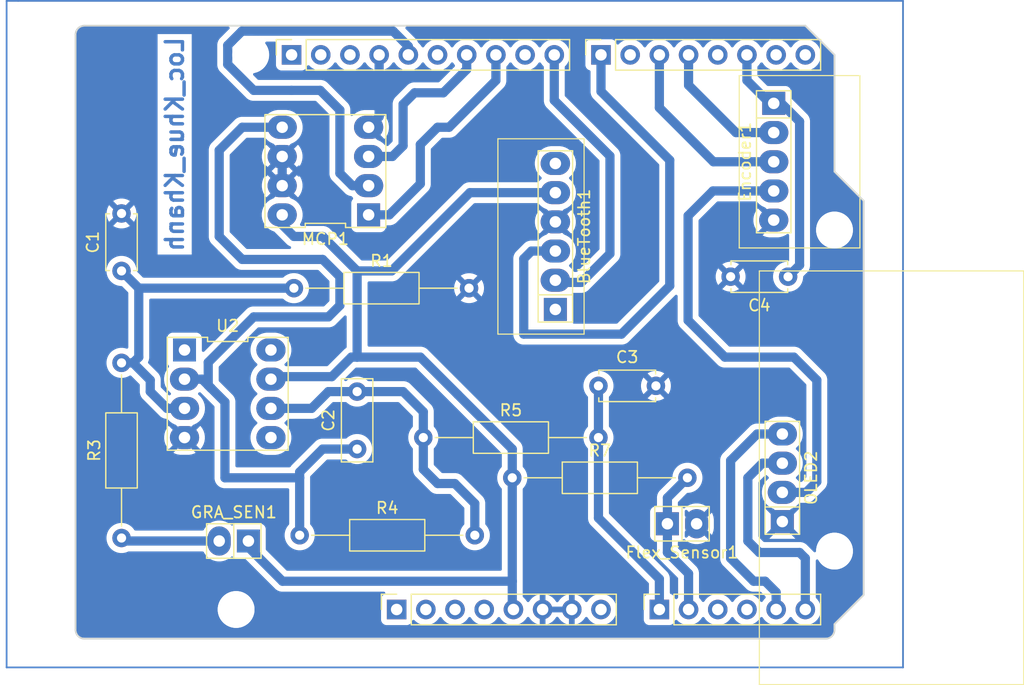
<source format=kicad_pcb>
(kicad_pcb (version 20241229) (generator "pcbnew") (generator_version "9.0")
  (title_block (date "mar. 31 mars 2015"))
  (layers (0 "F.Cu" signal) (2 "B.Cu" signal) (13 "F.Paste" user) (15 "B.Paste" user) (5 "F.SilkS" user "F.Silkscreen") (7 "B.SilkS" user "B.Silkscreen") (1 "F.Mask" user) (3 "B.Mask" user) (25 "Edge.Cuts" user))
  (net 0 "")
  (net 1 "GND")
  (net 3 "+5V")
  (net 4 "/IOREF")
  (net 5 "/A2")
  (net 6 "/A3")
  (net 7 "TXD")
  (net 8 "/12")
  (net 9 "/AREF")
  (net 12 "RXD")
  (net 13 "Net-(U2-+IN)")
  (net 14 "Net-(U2-OUT)")
  (net 15 "/*6")
  (net 16 "Net-(MCP1-PA0)")
  (net 17 "TX")
  (net 18 "/*3")
  (net 19 "CLK")
  (net 20 "+3V3")
  (net 21 "VCC")
  (net 22 "/~{RESET}")
  (net 23 "/GPIO 19")
  (net 24 "/GPIO 18")
  (net 25 "SW")
  (net 26 "RX")
  (net 27 "DT")
  (net 28 "FLEX_OP")
  (net 29 "ADC")
  (net 30 "Net-(GRA_SEN1-cn)")
  (net 31 "SI")
  (net 32 "SCK")
  (net 33 "CS")
  (net 34 "/D9")
  (net 35 "SCL")
  (net 36 "SDA")
  (footprint "Connector_PinSocket_2.54mm:PinSocket_1x08_P2.54mm_Vertical" (layer "F.Cu") (at 127.94 97.46 90)
    (property "Reference" "J1" (hide yes))
    (property "Value" "Power")
    (fp_line (start 1.33 -1.33) (end 1.33 0) (stroke (width 0.12)) (layer "F.SilkS"))
    (fp_line (start 0 -1.33) (end 1.33 -1.33) (stroke (width 0.12)) (layer "F.SilkS"))
    (fp_line (start 1.33 1.27) (end 1.33 19.11) (stroke (width 0.12)) (layer "F.SilkS"))
    (fp_line (start -1.33 1.27) (end 1.33 1.27) (stroke (width 0.12)) (layer "F.SilkS"))
    (fp_line (start -1.33 1.27) (end -1.33 19.11) (stroke (width 0.12)) (layer "F.SilkS"))
    (fp_line (start -1.33 19.11) (end 1.33 19.11) (stroke (width 0.12)) (layer "F.SilkS"))
    (pad "1" thru_hole rect (at 0 0 90) (size 1.7 1.7) (drill 1) (layers "*.Cu" "*.Mask"))
    (pad "2" thru_hole oval (at 0 2.54 90) (size 1.7 1.7) (drill 1) (layers "*.Cu" "*.Mask") (net 4 "/IOREF"))
    (pad "3" thru_hole oval (at 0 5.08 90) (size 1.7 1.7) (drill 1) (layers "*.Cu" "*.Mask") (net 22 "/~{RESET}"))
    (pad "4" thru_hole oval (at 0 7.62 90) (size 1.7 1.7) (drill 1) (layers "*.Cu" "*.Mask") (net 20 "+3V3"))
    (pad "5" thru_hole oval (at 0 10.16 90) (size 1.7 1.7) (drill 1) (layers "*.Cu" "*.Mask") (net 3 "+5V"))
    (pad "6" thru_hole oval (at 0 12.7 90) (size 1.7 1.7) (drill 1) (layers "*.Cu" "*.Mask") (net 1 "GND"))
    (pad "7" thru_hole oval (at 0 15.24 90) (size 1.7 1.7) (drill 1) (layers "*.Cu" "*.Mask") (net 1 "GND"))
    (pad "8" thru_hole oval (at 0 17.78 90) (size 1.7 1.7) (drill 1) (layers "*.Cu" "*.Mask") (net 21 "VCC"))
  )
  (footprint "Connector_PinSocket_2.54mm:PinSocket_1x06_P2.54mm_Vertical" (layer "F.Cu") (at 150.8 97.46 90)
    (property "Reference" "J3" (hide yes))
    (property "Value" "Analog")
    (fp_line (start 1.33 -1.33) (end 1.33 0) (stroke (width 0.12)) (layer "F.SilkS"))
    (fp_line (start 0 -1.33) (end 1.33 -1.33) (stroke (width 0.12)) (layer "F.SilkS"))
    (fp_line (start 1.33 1.27) (end 1.33 14.03) (stroke (width 0.12)) (layer "F.SilkS"))
    (fp_line (start -1.33 1.27) (end 1.33 1.27) (stroke (width 0.12)) (layer "F.SilkS"))
    (fp_line (start -1.33 1.27) (end -1.33 14.03) (stroke (width 0.12)) (layer "F.SilkS"))
    (fp_line (start -1.33 14.03) (end 1.33 14.03) (stroke (width 0.12)) (layer "F.SilkS"))
    (pad "1" thru_hole rect (at 0 0 90) (size 1.7 1.7) (drill 1) (layers "*.Cu" "*.Mask") (net 29 "ADC"))
    (pad "2" thru_hole oval (at 0 2.54 90) (size 1.7 1.7) (drill 1) (layers "*.Cu" "*.Mask") (net 28 "FLEX_OP"))
    (pad "3" thru_hole oval (at 0 5.08 90) (size 1.7 1.7) (drill 1) (layers "*.Cu" "*.Mask") (net 5 "/A2"))
    (pad "4" thru_hole oval (at 0 7.62 90) (size 1.7 1.7) (drill 1) (layers "*.Cu" "*.Mask") (net 6 "/A3"))
    (pad "5" thru_hole oval (at 0 10.16 90) (size 1.7 1.7) (drill 1) (layers "*.Cu" "*.Mask") (net 36 "SDA"))
    (pad "6" thru_hole oval (at 0 12.7 90) (size 1.7 1.7) (drill 1) (layers "*.Cu" "*.Mask") (net 35 "SCL"))
  )
  (footprint "Connector_PinSocket_2.54mm:PinSocket_1x10_P2.54mm_Vertical" (layer "F.Cu") (at 118.796 49.2 90)
    (property "Reference" "J2" (hide yes))
    (property "Value" "Digital/PWM")
    (fp_line (start 1.33 -1.33) (end 1.33 0) (stroke (width 0.12)) (layer "F.SilkS"))
    (fp_line (start 0 -1.33) (end 1.33 -1.33) (stroke (width 0.12)) (layer "F.SilkS"))
    (fp_line (start 1.33 1.27) (end 1.33 24.19) (stroke (width 0.12)) (layer "F.SilkS"))
    (fp_line (start -1.33 1.27) (end 1.33 1.27) (stroke (width 0.12)) (layer "F.SilkS"))
    (fp_line (start -1.33 1.27) (end -1.33 24.19) (stroke (width 0.12)) (layer "F.SilkS"))
    (fp_line (start -1.33 24.19) (end 1.33 24.19) (stroke (width 0.12)) (layer "F.SilkS"))
    (pad "1" thru_hole rect (at 0 0 90) (size 1.7 1.7) (drill 1) (layers "*.Cu" "*.Mask") (net 23 "/GPIO 19"))
    (pad "2" thru_hole oval (at 0 2.54 90) (size 1.7 1.7) (drill 1) (layers "*.Cu" "*.Mask") (net 24 "/GPIO 18"))
    (pad "3" thru_hole oval (at 0 5.08 90) (size 1.7 1.7) (drill 1) (layers "*.Cu" "*.Mask") (net 9 "/AREF"))
    (pad "4" thru_hole oval (at 0 7.62 90) (size 1.7 1.7) (drill 1) (layers "*.Cu" "*.Mask") (net 1 "GND"))
    (pad "5" thru_hole oval (at 0 10.16 90) (size 1.7 1.7) (drill 1) (layers "*.Cu" "*.Mask") (net 32 "SCK"))
    (pad "6" thru_hole oval (at 0 12.7 90) (size 1.7 1.7) (drill 1) (layers "*.Cu" "*.Mask") (net 8 "/12"))
    (pad "7" thru_hole oval (at 0 15.24 90) (size 1.7 1.7) (drill 1) (layers "*.Cu" "*.Mask") (net 31 "SI"))
    (pad "8" thru_hole oval (at 0 17.78 90) (size 1.7 1.7) (drill 1) (layers "*.Cu" "*.Mask") (net 33 "CS"))
    (pad "9" thru_hole oval (at 0 20.32 90) (size 1.7 1.7) (drill 1) (layers "*.Cu" "*.Mask") (net 34 "/D9"))
    (pad "10" thru_hole oval (at 0 22.86 90) (size 1.7 1.7) (drill 1) (layers "*.Cu" "*.Mask") (net 12 "RXD"))
  )
  (footprint "Connector_PinSocket_2.54mm:PinSocket_1x08_P2.54mm_Vertical" (layer "F.Cu") (at 145.72 49.2 90)
    (property "Reference" "J4" (hide yes))
    (property "Value" "Digital/PWM")
    (fp_line (start 1.33 -1.33) (end 1.33 0) (stroke (width 0.12)) (layer "F.SilkS"))
    (fp_line (start 0 -1.33) (end 1.33 -1.33) (stroke (width 0.12)) (layer "F.SilkS"))
    (fp_line (start 1.33 1.27) (end 1.33 19.11) (stroke (width 0.12)) (layer "F.SilkS"))
    (fp_line (start -1.33 1.27) (end 1.33 1.27) (stroke (width 0.12)) (layer "F.SilkS"))
    (fp_line (start -1.33 1.27) (end -1.33 19.11) (stroke (width 0.12)) (layer "F.SilkS"))
    (fp_line (start -1.33 19.11) (end 1.33 19.11) (stroke (width 0.12)) (layer "F.SilkS"))
    (pad "1" thru_hole rect (at 0 0 90) (size 1.7 1.7) (drill 1) (layers "*.Cu" "*.Mask") (net 7 "TXD"))
    (pad "2" thru_hole oval (at 0 2.54 90) (size 1.7 1.7) (drill 1) (layers "*.Cu" "*.Mask") (net 15 "/*6"))
    (pad "3" thru_hole oval (at 0 5.08 90) (size 1.7 1.7) (drill 1) (layers "*.Cu" "*.Mask") (net 25 "SW"))
    (pad "4" thru_hole oval (at 0 7.62 90) (size 1.7 1.7) (drill 1) (layers "*.Cu" "*.Mask") (net 27 "DT"))
    (pad "5" thru_hole oval (at 0 10.16 90) (size 1.7 1.7) (drill 1) (layers "*.Cu" "*.Mask") (net 18 "/*3"))
    (pad "6" thru_hole oval (at 0 12.7 90) (size 1.7 1.7) (drill 1) (layers "*.Cu" "*.Mask") (net 19 "CLK"))
    (pad "7" thru_hole oval (at 0 15.24 90) (size 1.7 1.7) (drill 1) (layers "*.Cu" "*.Mask") (net 17 "TX"))
    (pad "8" thru_hole oval (at 0 17.78 90) (size 1.7 1.7) (drill 1) (layers "*.Cu" "*.Mask") (net 26 "RX"))
  )
  (footprint "Resistor_THT:R_Axial_DIN0207_L6.3mm_D2.5mm_P15.24mm_Horizontal" (layer "F.Cu") (at 130.26 82.5)
    (property "Reference" "R5" (at 7.62 -2.37 0) (layer "F.SilkS"))
    (property "Value" "1k")
    (fp_line (start 1.04 0) (end 4.35 0) (stroke (width 0.12)) (layer "F.SilkS"))
    (fp_line (start 14.2 0) (end 10.89 0) (stroke (width 0.12)) (layer "F.SilkS"))
    (fp_rect (start 4.35 -1.37) (end 10.89 1.37) (stroke (width 0.12)) (fill no) (layer "F.SilkS"))
    (pad "1" thru_hole circle (at 0 0) (size 1.6 1.6) (drill 0.8) (layers "*.Cu" "*.Mask") (net 14 "Net-(U2-OUT)"))
    (pad "2" thru_hole circle (at 15.24 0) (size 1.6 1.6) (drill 0.8) (layers "*.Cu" "*.Mask") (net 29 "ADC"))
  )
  (footprint "Resistor_THT:R_Axial_DIN0207_L6.3mm_D2.5mm_P15.24mm_Horizontal" (layer "F.Cu") (at 119 69.5)
    (property "Reference" "R1" (at 7.62 -2.37 0) (layer "F.SilkS"))
    (property "Value" "100k")
    (fp_line (start 1.04 0) (end 4.35 0) (stroke (width 0.12)) (layer "F.SilkS"))
    (fp_line (start 14.2 0) (end 10.89 0) (stroke (width 0.12)) (layer "F.SilkS"))
    (fp_rect (start 4.35 -1.37) (end 10.89 1.37) (stroke (width 0.12)) (fill no) (layer "F.SilkS"))
    (pad "1" thru_hole circle (at 0 0) (size 1.6 1.6) (drill 0.8) (layers "*.Cu" "*.Mask") (net 13 "Net-(U2-+IN)"))
    (pad "2" thru_hole circle (at 15.24 0) (size 1.6 1.6) (drill 0.8) (layers "*.Cu" "*.Mask") (net 1 "GND"))
  )
  (footprint "Resistor_THT:R_Axial_DIN0207_L6.3mm_D2.5mm_P15.24mm_Horizontal" (layer "F.Cu") (at 104 91.24 90)
    (property "Reference" "R3" (at 7.62 -2.37 90) (layer "F.SilkS"))
    (property "Value" "10k")
    (fp_line (start 14.2 0) (end 10.89 0) (stroke (width 0.12)) (layer "F.SilkS"))
    (fp_line (start 1.04 0) (end 4.35 0) (stroke (width 0.12)) (layer "F.SilkS"))
    (fp_rect (start 4.35 -1.37) (end 10.89 1.37) (stroke (width 0.12)) (fill no) (layer "F.SilkS"))
    (pad "1" thru_hole circle (at 0 0 90) (size 1.6 1.6) (drill 0.8) (layers "*.Cu" "*.Mask") (net 30 "Net-(GRA_SEN1-cn)"))
    (pad "2" thru_hole circle (at 15.24 0 90) (size 1.6 1.6) (drill 0.8) (layers "*.Cu" "*.Mask") (net 13 "Net-(U2-+IN)"))
  )
  (footprint "Capacitor_THT:C_Disc_D4.7mm_W2.5mm_P5.00mm" (layer "F.Cu") (at 104 68 90)
    (property "Reference" "C1" (at 2.5 -2.5 90) (layer "F.SilkS"))
    (property "Value" "100n")
    (fp_line (start 4.97 -1.37) (end 4.97 -1.04) (stroke (width 0.12)) (layer "F.SilkS"))
    (fp_line (start 0.03 -1.37) (end 4.97 -1.37) (stroke (width 0.12)) (layer "F.SilkS"))
    (fp_line (start 0.03 -1.04) (end 0.03 -1.37) (stroke (width 0.12)) (layer "F.SilkS"))
    (fp_line (start 4.97 1.04) (end 4.97 1.37) (stroke (width 0.12)) (layer "F.SilkS"))
    (fp_line (start 4.97 1.37) (end 0.03 1.37) (stroke (width 0.12)) (layer "F.SilkS"))
    (fp_line (start 0.03 1.37) (end 0.03 1.04) (stroke (width 0.12)) (layer "F.SilkS"))
    (pad "1" thru_hole circle (at 0 0 90) (size 1.6 1.6) (drill 0.8) (layers "*.Cu" "*.Mask") (net 13 "Net-(U2-+IN)"))
    (pad "2" thru_hole circle (at 5 0 90) (size 1.6 1.6) (drill 0.8) (layers "*.Cu" "*.Mask") (net 1 "GND"))
  )
  (footprint "Capacitor_THT:C_Rect_L7.0mm_W2.5mm_P5.00mm" (layer "F.Cu") (at 124.5 83.5 90)
    (property "Reference" "C2" (at 2.5 -2.5 90) (layer "F.SilkS"))
    (property "Value" "1u")
    (fp_line (start 6.12 -1.37) (end 6.12 1.37) (stroke (width 0.12)) (layer "F.SilkS"))
    (fp_line (start -1.12 -1.37) (end 6.12 -1.37) (stroke (width 0.12)) (layer "F.SilkS"))
    (fp_line (start 6.12 1.37) (end -1.12 1.37) (stroke (width 0.12)) (layer "F.SilkS"))
    (fp_line (start -1.12 1.37) (end -1.12 -1.37) (stroke (width 0.12)) (layer "F.SilkS"))
    (pad "1" thru_hole circle (at 0 0 90) (size 1.6 1.6) (drill 0.8) (layers "*.Cu" "*.Mask") (net 16 "Net-(MCP1-PA0)"))
    (pad "2" thru_hole circle (at 5 0 90) (size 1.6 1.6) (drill 0.8) (layers "*.Cu" "*.Mask") (net 14 "Net-(U2-OUT)"))
  )
  (footprint "Resistor_THT:R_Axial_DIN0207_L6.3mm_D2.5mm_P15.24mm_Horizontal" (layer "F.Cu") (at 119.5 91)
    (property "Reference" "R4" (at 7.62 -2.37 0) (layer "F.SilkS"))
    (property "Value" "100k")
    (fp_line (start 1.04 0) (end 4.35 0) (stroke (width 0.12)) (layer "F.SilkS"))
    (fp_line (start 14.2 0) (end 10.89 0) (stroke (width 0.12)) (layer "F.SilkS"))
    (fp_rect (start 4.35 -1.37) (end 10.89 1.37) (stroke (width 0.12)) (fill no) (layer "F.SilkS"))
    (pad "1" thru_hole circle (at 0 0) (size 1.6 1.6) (drill 0.8) (layers "*.Cu" "*.Mask") (net 16 "Net-(MCP1-PA0)"))
    (pad "2" thru_hole circle (at 15.24 0) (size 1.6 1.6) (drill 0.8) (layers "*.Cu" "*.Mask") (net 14 "Net-(U2-OUT)"))
  )
  (footprint "Arduino_MountingHole:MountingHole_3.2mm" (layer "F.Cu") (at 115.24 49.2)
    (property "Reference" "MH1" (hide yes))
    (property "Value" "MountingHole_3.2mm" (hide yes))
    (pad "" np_thru_hole circle (at 0 0) (size 3.2 3.2) (drill 3.2) (layers "*.Cu" "*.Mask"))
  )
  (footprint "Component_Projet_Capteur:DIP-8_296_ELL" (layer "F.Cu") (at 113.24 78.69 -90)
    (property "Reference" "U2" (at -5.91 0 0) (layer "F.SilkS"))
    (property "Value" "LTC1050ACN8_PBF")
    (fp_line (start -4.91 5.26) (end 4.91 5.26) (stroke (width 0.12)) (layer "F.SilkS"))
    (fp_line (start 4.91 5.26) (end 4.91 -5.26) (stroke (width 0.12)) (layer "F.SilkS"))
    (fp_line (start -4.91 1.753333) (end -4.91 5.26) (stroke (width 0.12)) (layer "F.SilkS"))
    (fp_line (start -4.55 1.753333) (end -4.91 1.753333) (stroke (width 0.12)) (layer "F.SilkS"))
    (fp_line (start -4.91 -1.753333) (end -4.55 -1.753333) (stroke (width 0.12)) (layer "F.SilkS"))
    (fp_line (start -4.55 -1.753333) (end -4.55 1.753333) (stroke (width 0.12)) (layer "F.SilkS"))
    (fp_line (start -4.91 -5.26) (end -4.91 -1.753333) (stroke (width 0.12)) (layer "F.SilkS"))
    (fp_line (start 4.91 -5.26) (end -4.91 -5.26) (stroke (width 0.12)) (layer "F.SilkS"))
    (pad "1" thru_hole rect (at -3.81 3.76 270) (size 2 2) (drill 1) (layers "*.Cu" "*.Mask"))
    (pad "2" thru_hole oval (at -1.27 3.76 270) (size 2 2.54) (drill 1) (layers "*.Cu" "*.Mask") (net 16 "Net-(MCP1-PA0)"))
    (pad "3" thru_hole oval (at 1.27 3.76 270) (size 2 2.54) (drill 1) (layers "*.Cu" "*.Mask") (net 13 "Net-(U2-+IN)"))
    (pad "4" thru_hole oval (at 3.81 3.76 270) (size 2 2.54) (drill 1) (layers "*.Cu" "*.Mask") (net 1 "GND"))
    (pad "5" thru_hole oval (at 3.81 -3.76 270) (size 2 2.54) (drill 1) (layers "*.Cu" "*.Mask"))
    (pad "6" thru_hole oval (at 1.27 -3.76 270) (size 2 2.54) (drill 1) (layers "*.Cu" "*.Mask") (net 14 "Net-(U2-OUT)"))
    (pad "7" thru_hole oval (at -1.27 -3.76 270) (size 2 2.54) (drill 1) (layers "*.Cu" "*.Mask") (net 3 "+5V"))
    (pad "8" thru_hole oval (at -3.81 -3.76 270) (size 2 2.54) (drill 1) (layers "*.Cu" "*.Mask"))
  )
  (footprint "Component_Projet_Capteur:Bluetooth" (layer "F.Cu") (at 141.75 65 90)
    (property "Reference" "BlueTooth1" (at 0 2.5 90) (layer "F.SilkS"))
    (property "Value" "~")
    (fp_line (start 8.5 -5) (end 8.5 2.5) (stroke (width 0.1)) (layer "F.SilkS"))
    (fp_line (start -8.5 -5) (end 8.5 -5) (stroke (width 0.1)) (layer "F.SilkS"))
    (fp_line (start 7.45 -1.5) (end 7.45 1.5) (stroke (width 0.12)) (layer "F.SilkS"))
    (fp_line (start -5.08 -1.5) (end -5.08 1.5) (stroke (width 0.12)) (layer "F.SilkS"))
    (fp_line (start -7.45 -1.5) (end 7.45 -1.5) (stroke (width 0.12)) (layer "F.SilkS"))
    (fp_line (start 7.45 1.5) (end -7.45 1.5) (stroke (width 0.12)) (layer "F.SilkS"))
    (fp_line (start -7.45 1.5) (end -7.45 -1.5) (stroke (width 0.12)) (layer "F.SilkS"))
    (fp_line (start 8.5 2.5) (end -8.5 2.5) (stroke (width 0.1)) (layer "F.SilkS"))
    (fp_line (start -8.5 2.5) (end -8.5 -5) (stroke (width 0.1)) (layer "F.SilkS"))
    (pad "1" thru_hole rect (at -6.35 0 90) (size 2 2) (drill 1) (layers "*.Cu" "*.Mask"))
    (pad "2" thru_hole oval (at -3.81 0 90) (size 2 2.56) (drill 1) (layers "*.Cu" "*.Mask") (net 12 "RXD"))
    (pad "3" thru_hole oval (at -1.27 0 90) (size 2 2.56) (drill 1) (layers "*.Cu" "*.Mask") (net 7 "TXD"))
    (pad "4" thru_hole oval (at 1.27 0 90) (size 2 2.56) (drill 1) (layers "*.Cu" "*.Mask") (net 1 "GND"))
    (pad "5" thru_hole oval (at 3.81 0 90) (size 2 2.56) (drill 1) (layers "*.Cu" "*.Mask") (net 3 "+5V"))
    (pad "6" thru_hole oval (at 6.35 0 90) (size 2 2.56) (drill 1) (layers "*.Cu" "*.Mask"))
  )
  (footprint "Component_Projet_Capteur:Encoder_rotation" (layer "F.Cu") (at 160.75 58.5 -90)
    (property "Reference" "Encoder1" (at 0 2.5 90) (layer "F.SilkS"))
    (property "Value" "~")
    (fp_line (start -7.5 3) (end -7.5 -7.5) (stroke (width 0.1)) (layer "F.SilkS"))
    (fp_line (start 7.5 3) (end -7.5 3) (stroke (width 0.1)) (layer "F.SilkS"))
    (fp_line (start 7.5 3) (end 7.5 3) (stroke (width 0.1)) (layer "F.SilkS"))
    (fp_line (start -6.18 1.5) (end -6.18 -1.5) (stroke (width 0.12)) (layer "F.SilkS"))
    (fp_line (start 6.18 1.5) (end -6.18 1.5) (stroke (width 0.12)) (layer "F.SilkS"))
    (fp_line (start -6.18 -1.5) (end 6.18 -1.5) (stroke (width 0.12)) (layer "F.SilkS"))
    (fp_line (start -3.81 -1.5) (end -3.81 1.5) (stroke (width 0.12)) (layer "F.SilkS"))
    (fp_line (start 6.18 -1.5) (end 6.18 1.5) (stroke (width 0.12)) (layer "F.SilkS"))
    (fp_line (start -7.5 -7.5) (end 7.5 -7.5) (stroke (width 0.1)) (layer "F.SilkS"))
    (fp_line (start 7.5 -7.5) (end 7.5 3) (stroke (width 0.1)) (layer "F.SilkS"))
    (pad "1" thru_hole rect (at -5.08 0 270) (size 2 2) (drill 1) (layers "*.Cu" "*.Mask") (net 19 "CLK"))
    (pad "2" thru_hole oval (at -2.54 0 270) (size 2 2.54) (drill 1) (layers "*.Cu" "*.Mask") (net 27 "DT"))
    (pad "3" thru_hole oval (at 0 0 270) (size 2 2.54) (drill 1) (layers "*.Cu" "*.Mask") (net 25 "SW"))
    (pad "4" thru_hole oval (at 2.54 0 270) (size 2 2.54) (drill 1) (layers "*.Cu" "*.Mask") (net 3 "+5V"))
    (pad "5" thru_hole oval (at 5.08 0 270) (size 2 2.54) (drill 1) (layers "*.Cu" "*.Mask") (net 1 "GND"))
  )
  (footprint "Component_Projet_Capteur:OLED" (layer "F.Cu") (at 161.5 86 90)
    (property "Reference" "OLED2" (at 0 2.5 90) (layer "F.SilkS"))
    (property "Value" "~")
    (fp_line (start 18 -2) (end 18 21) (stroke (width 0.1)) (layer "F.SilkS"))
    (fp_line (start 0 -2) (end 18 -2) (stroke (width 0.1)) (layer "F.SilkS"))
    (fp_line (start -18 -2) (end 0 -2) (stroke (width 0.1)) (layer "F.SilkS"))
    (fp_line (start 4.91 -1.5) (end 4.91 1.5) (stroke (width 0.12)) (layer "F.SilkS"))
    (fp_line (start -2.54 -1.5) (end -2.54 1.5) (stroke (width 0.12)) (layer "F.SilkS"))
    (fp_line (start -4.91 -1.5) (end 4.91 -1.5) (stroke (width 0.12)) (layer "F.SilkS"))
    (fp_line (start 4.91 1.5) (end -4.91 1.5) (stroke (width 0.12)) (layer "F.SilkS"))
    (fp_line (start -4.91 1.5) (end -4.91 -1.5) (stroke (width 0.12)) (layer "F.SilkS"))
    (fp_line (start 18 21) (end -18 21) (stroke (width 0.1)) (layer "F.SilkS"))
    (fp_line (start -18 21) (end -18 -2) (stroke (width 0.1)) (layer "F.SilkS"))
    (pad "1" thru_hole rect (at -3.81 0 90) (size 2 2) (drill 1) (layers "*.Cu" "*.Mask") (net 1 "GND"))
    (pad "2" thru_hole oval (at -1.27 0 90) (size 2 2.54) (drill 1) (layers "*.Cu" "*.Mask") (net 3 "+5V"))
    (pad "3" thru_hole oval (at 1.27 0 90) (size 2 2.54) (drill 1) (layers "*.Cu" "*.Mask") (net 35 "SCL"))
    (pad "4" thru_hole oval (at 3.81 0 90) (size 2 2.54) (drill 1) (layers "*.Cu" "*.Mask") (net 36 "SDA"))
  )
  (footprint "Component_Projet_Capteur:DIP-8_296_ELL" (layer "F.Cu") (at 121.74 59.31 90)
    (property "Reference" "MCP1" (at -5.91 0 0) (layer "F.SilkS"))
    (property "Value" "~")
    (fp_line (start 4.91 -5.26) (end -4.91 -5.26) (stroke (width 0.12)) (layer "F.SilkS"))
    (fp_line (start -4.91 -5.26) (end -4.91 -1.753333) (stroke (width 0.12)) (layer "F.SilkS"))
    (fp_line (start -4.55 -1.753333) (end -4.55 1.753333) (stroke (width 0.12)) (layer "F.SilkS"))
    (fp_line (start -4.91 -1.753333) (end -4.55 -1.753333) (stroke (width 0.12)) (layer "F.SilkS"))
    (fp_line (start -4.55 1.753333) (end -4.91 1.753333) (stroke (width 0.12)) (layer "F.SilkS"))
    (fp_line (start -4.91 1.753333) (end -4.91 5.26) (stroke (width 0.12)) (layer "F.SilkS"))
    (fp_line (start 4.91 5.26) (end 4.91 -5.26) (stroke (width 0.12)) (layer "F.SilkS"))
    (fp_line (start -4.91 5.26) (end 4.91 5.26) (stroke (width 0.12)) (layer "F.SilkS"))
    (pad "1" thru_hole rect (at -3.81 3.76 90) (size 2 2) (drill 1) (layers "*.Cu" "*.Mask") (net 33 "CS"))
    (pad "2" thru_hole oval (at -1.27 3.76 90) (size 2 2.54) (drill 1) (layers "*.Cu" "*.Mask") (net 32 "SCK"))
    (pad "3" thru_hole oval (at 1.27 3.76 90) (size 2 2.54) (drill 1) (layers "*.Cu" "*.Mask") (net 31 "SI"))
    (pad "4" thru_hole oval (at 3.81 3.76 90) (size 2 2.54) (drill 1) (layers "*.Cu" "*.Mask") (net 1 "GND"))
    (pad "5" thru_hole oval (at 3.81 -3.76 90) (size 2 2.54) (drill 1) (layers "*.Cu" "*.Mask") (net 16 "Net-(MCP1-PA0)"))
    (pad "6" thru_hole oval (at 1.27 -3.76 90) (size 2 2.54) (drill 1) (layers "*.Cu" "*.Mask") (net 1 "GND"))
    (pad "7" thru_hole oval (at -1.27 -3.76 90) (size 2 2.54) (drill 1) (layers "*.Cu" "*.Mask") (net 1 "GND"))
    (pad "8" thru_hole oval (at -3.81 -3.76 90) (size 2 2.54) (drill 1) (layers "*.Cu" "*.Mask") (net 3 "+5V"))
  )
  (footprint "Resistor_THT:R_Axial_DIN0207_L6.3mm_D2.5mm_P15.24mm_Horizontal" (layer "F.Cu") (at 138 86)
    (property "Reference" "R7" (at 7.62 -2.37 0) (layer "F.SilkS"))
    (property "Value" "10k")
    (fp_line (start 1.04 0) (end 4.35 0) (stroke (width 0.12)) (layer "F.SilkS"))
    (fp_line (start 14.2 0) (end 10.89 0) (stroke (width 0.12)) (layer "F.SilkS"))
    (fp_rect (start 4.35 -1.37) (end 10.89 1.37) (stroke (width 0.12)) (fill no) (layer "F.SilkS"))
    (pad "1" thru_hole circle (at 0 0) (size 1.6 1.6) (drill 0.8) (layers "*.Cu" "*.Mask") (net 3 "+5V"))
    (pad "2" thru_hole circle (at 15.24 0) (size 1.6 1.6) (drill 0.8) (layers "*.Cu" "*.Mask") (net 28 "FLEX_OP"))
  )
  (footprint "Component_Projet_Capteur:Sensor" (layer "F.Cu") (at 152.77 90)
    (property "Reference" "Flex_Sensor1" (at 0 2.5 0) (layer "F.SilkS"))
    (property "Value" "~")
    (fp_line (start -2.37 -1.5) (end 2.37 -1.5) (stroke (width 0.12)) (layer "F.SilkS"))
    (fp_line (start -2.37 1.5) (end -2.37 -1.5) (stroke (width 0.12)) (layer "F.SilkS"))
    (fp_line (start 0 -1.5) (end 0 1.5) (stroke (width 0.12)) (layer "F.SilkS"))
    (fp_line (start 2.37 -1.5) (end 2.37 1.5) (stroke (width 0.12)) (layer "F.SilkS"))
    (fp_line (start 2.37 1.5) (end -2.37 1.5) (stroke (width 0.12)) (layer "F.SilkS"))
    (pad "1" thru_hole rect (at -1.27 0) (size 2 2) (drill 1) (layers "*.Cu" "*.Mask") (net 28 "FLEX_OP"))
    (pad "2" thru_hole oval (at 1.27 0) (size 2 2.54) (drill 1) (layers "*.Cu" "*.Mask") (net 1 "GND"))
  )
  (footprint "Capacitor_THT:C_Disc_D4.7mm_W2.5mm_P5.00mm" (layer "F.Cu") (at 145.5 78)
    (property "Reference" "C3" (at 2.5 -2.5 0) (layer "F.SilkS"))
    (property "Value" "100n")
    (fp_line (start 0.03 -1.37) (end 4.97 -1.37) (stroke (width 0.12)) (layer "F.SilkS"))
    (fp_line (start 0.03 -1.04) (end 0.03 -1.37) (stroke (width 0.12)) (layer "F.SilkS"))
    (fp_line (start 0.03 1.37) (end 0.03 1.04) (stroke (width 0.12)) (layer "F.SilkS"))
    (fp_line (start 4.97 -1.37) (end 4.97 -1.04) (stroke (width 0.12)) (layer "F.SilkS"))
    (fp_line (start 4.97 1.04) (end 4.97 1.37) (stroke (width 0.12)) (layer "F.SilkS"))
    (fp_line (start 4.97 1.37) (end 0.03 1.37) (stroke (width 0.12)) (layer "F.SilkS"))
    (pad "1" thru_hole circle (at 0 0) (size 1.6 1.6) (drill 0.8) (layers "*.Cu" "*.Mask") (net 29 "ADC"))
    (pad "2" thru_hole circle (at 5 0) (size 1.6 1.6) (drill 0.8) (layers "*.Cu" "*.Mask") (net 1 "GND"))
  )
  (footprint "Arduino_MountingHole:MountingHole_3.2mm" (layer "F.Cu") (at 113.97 97.46)
    (property "Reference" "MH2" (hide yes))
    (property "Value" "MountingHole_3.2mm" (hide yes))
    (pad "" np_thru_hole circle (at 0 0) (size 3.2 3.2) (drill 3.2) (layers "*.Cu" "*.Mask"))
  )
  (footprint "Arduino_MountingHole:MountingHole_3.2mm" (layer "F.Cu") (at 166.04 64.44)
    (property "Reference" "MH3" (hide yes))
    (property "Value" "MountingHole_3.2mm" (hide yes))
    (pad "" np_thru_hole circle (at 0 0) (size 3.2 3.2) (drill 3.2) (layers "*.Cu" "*.Mask"))
  )
  (footprint "Arduino_MountingHole:MountingHole_3.2mm" (layer "F.Cu") (at 166.04 92.38)
    (property "Reference" "MH4" (hide yes))
    (property "Value" "MountingHole_3.2mm" (hide yes))
    (pad "" np_thru_hole circle (at 0 0) (size 3.2 3.2) (drill 3.2) (layers "*.Cu" "*.Mask"))
  )
  (footprint "Component_Projet_Capteur:Sensor" (layer "F.Cu") (at 113.77 91.5 180)
    (property "Reference" "GRA_SEN1" (at 0 2.5 0) (layer "F.SilkS"))
    (property "Value" "~")
    (fp_line (start 2.37 1.5) (end -2.37 1.5) (stroke (width 0.12)) (layer "F.SilkS"))
    (fp_line (start 2.37 -1.5) (end 2.37 1.5) (stroke (width 0.12)) (layer "F.SilkS"))
    (fp_line (start 0 -1.5) (end 0 1.5) (stroke (width 0.12)) (layer "F.SilkS"))
    (fp_line (start -2.37 1.5) (end -2.37 -1.5) (stroke (width 0.12)) (layer "F.SilkS"))
    (fp_line (start -2.37 -1.5) (end 2.37 -1.5) (stroke (width 0.12)) (layer "F.SilkS"))
    (pad "1" thru_hole rect (at -1.27 0 180) (size 2 2) (drill 1) (layers "*.Cu" "*.Mask") (net 3 "+5V"))
    (pad "2" thru_hole oval (at 1.27 0 180) (size 2 2.54) (drill 1) (layers "*.Cu" "*.Mask") (net 30 "Net-(GRA_SEN1-cn)"))
  )
  (footprint "Capacitor_THT:C_Disc_D4.7mm_W2.5mm_P5.00mm" (layer "F.Cu") (at 162 68.5 180)
    (property "Reference" "C4" (at 2.5 -2.5 0) (layer "F.SilkS"))
    (property "Value" "100n")
    (fp_line (start 4.97 1.37) (end 0.03 1.37) (stroke (width 0.12)) (layer "F.SilkS"))
    (fp_line (start 4.97 1.04) (end 4.97 1.37) (stroke (width 0.12)) (layer "F.SilkS"))
    (fp_line (start 4.97 -1.37) (end 4.97 -1.04) (stroke (width 0.12)) (layer "F.SilkS"))
    (fp_line (start 0.03 1.37) (end 0.03 1.04) (stroke (width 0.12)) (layer "F.SilkS"))
    (fp_line (start 0.03 -1.04) (end 0.03 -1.37) (stroke (width 0.12)) (layer "F.SilkS"))
    (fp_line (start 0.03 -1.37) (end 4.97 -1.37) (stroke (width 0.12)) (layer "F.SilkS"))
    (pad "1" thru_hole circle (at 0 0 180) (size 1.6 1.6) (drill 0.8) (layers "*.Cu" "*.Mask") (net 19 "CLK"))
    (pad "2" thru_hole circle (at 5 0 180) (size 1.6 1.6) (drill 0.8) (layers "*.Cu" "*.Mask") (net 1 "GND"))
  )
  (gr_line (start 95 44.5) (end 172 44.5) (stroke (width 0.15)) (layer "B.Cu"))
  (gr_line (start 94 102.5) (end 94 44.5) (stroke (width 0.15)) (layer "B.Cu"))
  (gr_line (start 172 102.5) (end 94 102.5) (stroke (width 0.15)) (layer "B.Cu"))
  (gr_line (start 172 44.5) (end 172 102.5) (stroke (width 0.15)) (layer "B.Cu"))
  (gr_line (start 94 44.5) (end 95 44.5) (stroke (width 0.15)) (layer "B.Cu"))
  (gr_line (start 166.04 59.36) (end 168.58 61.9) (stroke (width 0.15)) (layer "Edge.Cuts"))
  (gr_line (start 100 99.238) (end 100 47.422) (stroke (width 0.15)) (layer "Edge.Cuts"))
  (gr_line (start 168.58 61.9) (end 168.58 96.19) (stroke (width 0.15)) (layer "Edge.Cuts"))
  (gr_line (start 165.278 100) (end 100.762 100) (stroke (width 0.15)) (layer "Edge.Cuts"))
  (gr_line (start 100.762 46.66) (end 163.5 46.66) (stroke (width 0.15)) (layer "Edge.Cuts"))
  (gr_arc (start 100.762 100) (mid 100.223185 99.776815) (end 100 99.238) (stroke (width 0.15)) (layer "Edge.Cuts"))
  (gr_line (start 168.58 96.19) (end 166.04 98.73) (stroke (width 0.15)) (layer "Edge.Cuts"))
  (gr_line (start 163.5 46.66) (end 166.04 49.2) (stroke (width 0.15)) (layer "Edge.Cuts"))
  (gr_arc (start 166.04 99.238) (mid 165.816815 99.776815) (end 165.278 100) (stroke (width 0.15)) (layer "Edge.Cuts"))
  (gr_line (start 166.04 49.2) (end 166.04 59.36) (stroke (width 0.15)) (layer "Edge.Cuts"))
  (gr_line (start 166.04 98.73) (end 166.04 99.238) (stroke (width 0.15)) (layer "Edge.Cuts"))
  (gr_arc (start 100 47.422) (mid 100.223185 46.883185) (end 100.762 46.66) (stroke (width 0.15)) (layer "Edge.Cuts"))
  (gr_text "Loc_Khue_Khanh" (at 109.5 47.5 90) (layer "B.Cu") (effects (font (size 1.5 1.5) (thickness 0.3) (bold yes)) (justify left bottom mirror)))
  (segment (start 126.416 54.584) (end 125.5 55.5) (width 0.8) (layer "B.Cu") (net 1))
  (segment (start 126.416 49.2) (end 126.416 54.584) (width 0.8) (layer "B.Cu") (net 1))
  (segment (start 117.98 58.04) (end 117.98 60.58) (width 0.8) (layer "B.Cu") (net 1))
  (segment (start 119 65) (end 121.5 65) (width 0.8) (layer "B.Cu") (net 3))
  (segment (start 164.5 86.34) (end 163.57 87.27) (width 0.8) (layer "B.Cu") (net 3))
  (segment (start 133.25 78.75) (end 130 75.5) (width 0.8) (layer "B.Cu") (net 3))
  (segment (start 124.5 75.5) (end 124 75.5) (width 0.8) (layer "B.Cu") (net 3))
  (segment (start 141.75 61.19) (end 134.31 61.19) (width 0.8) (layer "B.Cu") (net 3))
  (segment (start 127.5 68) (end 124.5 68) (width 0.8) (layer "B.Cu") (net 3))
  (segment (start 162.5 75.5) (end 164.5 77.5) (width 0.8) (layer "B.Cu") (net 3))
  (segment (start 156.5 75.5) (end 162.5 75.5) (width 0.8) (layer "B.Cu") (net 3))
  (segment (start 121.5 65) (end 124.5 68) (width 0.8) (layer "B.Cu") (net 3))
  (segment (start 138 95) (end 138 97.36) (width 0.8) (layer "B.Cu") (net 3))
  (segment (start 117.98 63.98) (end 119 65) (width 0.8) (layer "B.Cu") (net 3))
  (segment (start 155.46 61.04) (end 153.299 63.201) (width 0.8) (layer "B.Cu") (net 3))
  (segment (start 124 75.5) (end 122.301 77.199) (width 0.8) (layer "B.Cu") (net 3))
  (segment (start 163.57 87.27) (end 161.5 87.27) (width 0.8) (layer "B.Cu") (net 3))
  (segment (start 117.98 63.12) (end 117.98 63.98) (width 0.8) (layer "B.Cu") (net 3))
  (segment (start 160.75 61.04) (end 155.46 61.04) (width 0.8) (layer "B.Cu") (net 3))
  (segment (start 138 86) (end 138 95) (width 0.8) (layer "B.Cu") (net 3))
  (segment (start 153.299 72.299) (end 156.5 75.5) (width 0.8) (layer "B.Cu") (net 3))
  (segment (start 160.75 61.04) (end 161.54 61.04) (width 0.8) (layer "B.Cu") (net 3))
  (segment (start 115.04 92.04) (end 118 95) (width 0.8) (layer "B.Cu") (net 3))
  (segment (start 115.04 91.5) (end 115.04 92.04) (width 0.8) (layer "B.Cu") (net 3))
  (segment (start 138 83.5) (end 133.25 78.75) (width 0.8) (layer "B.Cu") (net 3))
  (segment (start 153.299 63.201) (end 153.299 72.299) (width 0.8) (layer "B.Cu") (net 3))
  (segment (start 118 95) (end 138 95) (width 0.8) (layer "B.Cu") (net 3))
  (segment (start 164.5 77.5) (end 164.5 86.34) (width 0.8) (layer "B.Cu") (net 3))
  (segment (start 138 97.36) (end 138.1 97.46) (width 0.8) (layer "B.Cu") (net 3))
  (segment (start 134.31 61.19) (end 127.5 68) (width 0.8) (layer "B.Cu") (net 3))
  (segment (start 117.221 77.199) (end 117 77.42) (width 0.8) (layer "B.Cu") (net 3))
  (segment (start 122.301 77.199) (end 117.221 77.199) (width 0.8) (layer "B.Cu") (net 3))
  (segment (start 130 75.5) (end 124.5 75.5) (width 0.8) (layer "B.Cu") (net 3))
  (segment (start 138 86) (end 138 83.5) (width 0.8) (layer "B.Cu") (net 3))
  (segment (start 124.5 68) (end 124.5 75.5) (width 0.8) (layer "B.Cu") (net 3))
  (segment (start 139.67 66.27) (end 141.75 66.27) (width 0.8) (layer "B.Cu") (net 7))
  (segment (start 145.72 49.2) (end 145.72 52.380108) (width 0.8) (layer "B.Cu") (net 7))
  (segment (start 151.701 58.361108) (end 151.701 69.299) (width 0.8) (layer "B.Cu") (net 7))
  (segment (start 139 73.5) (end 139 66.94) (width 0.8) (layer "B.Cu") (net 7))
  (segment (start 147.5 73.5) (end 139 73.5) (width 0.8) (layer "B.Cu") (net 7))
  (segment (start 139 66.94) (end 139.67 66.27) (width 0.8) (layer "B.Cu") (net 7))
  (segment (start 145.72 52.380108) (end 151.701 58.361108) (width 0.8) (layer "B.Cu") (net 7))
  (segment (start 151.701 69.299) (end 147.5 73.5) (width 0.8) (layer "B.Cu") (net 7))
  (segment (start 141.94 69) (end 141.75 68.81) (width 0.8) (layer "B.Cu") (net 12))
  (segment (start 141.656 53.156) (end 146.5 58) (width 0.8) (layer "B.Cu") (net 12))
  (segment (start 141.656 49.2) (end 141.656 53.156) (width 0.8) (layer "B.Cu") (net 12))
  (segment (start 146.5 58) (end 146.5 66.5) (width 0.8) (layer "B.Cu") (net 12))
  (segment (start 141.5 49.356) (end 141.656 49.2) (width 0.8) (layer "B.Cu") (net 12))
  (segment (start 146.5 66.5) (end 144 69) (width 0.8) (layer "B.Cu") (net 12))
  (segment (start 144 69) (end 141.94 69) (width 0.8) (layer "B.Cu") (net 12))
  (segment (start 107.96 79.96) (end 106.5 78.5) (width 0.8) (layer "B.Cu") (net 13))
  (segment (start 105.5 75.5) (end 105 76) (width 0.8) (layer "B.Cu") (net 13))
  (segment (start 105.5 69.5) (end 104 68) (width 0.8) (layer "B.Cu") (net 13))
  (segment (start 106.5 78.5) (end 106.5 77.5) (width 0.8) (layer "B.Cu") (net 13))
  (segment (start 105.5 69.5) (end 105.5 75.5) (width 0.8) (layer "B.Cu") (net 13))
  (segment (start 119 69.5) (end 105.5 69.5) (width 0.8) (layer "B.Cu") (net 13))
  (segment (start 106.5 77.5) (end 105 76) (width 0.8) (layer "B.Cu") (net 13))
  (segment (start 105 76) (end 104 76) (width 0.8) (layer "B.Cu") (net 13))
  (segment (start 104.08 76.08) (end 104 76) (width 0.8) (layer "B.Cu") (net 13))
  (segment (start 109.48 79.96) (end 107.96 79.96) (width 0.8) (layer "B.Cu") (net 13))
  (segment (start 120.54 79.96) (end 117 79.96) (width 0.8) (layer "B.Cu") (net 14))
  (segment (start 134.74 88.24) (end 133 86.5) (width 0.8) (layer "B.Cu") (net 14))
  (segment (start 124.5 78.5) (end 122 78.5) (width 0.8) (layer "B.Cu") (net 14))
  (segment (start 130.26 82.5) (end 130.26 80.26) (width 0.8) (layer "B.Cu") (net 14))
  (segment (start 128.5 78.5) (end 124.5 78.5) (width 0.8) (layer "B.Cu") (net 14))
  (segment (start 122 78.5) (end 120.54 79.96) (width 0.8) (layer "B.Cu") (net 14))
  (segment (start 130.26 80.26) (end 128.5 78.5) (width 0.8) (layer "B.Cu") (net 14))
  (segment (start 130.26 85.26) (end 130.26 82.5) (width 0.8) (layer "B.Cu") (net 14))
  (segment (start 134.74 91) (end 134.74 88.24) (width 0.8) (layer "B.Cu") (net 14))
  (segment (start 133 86.5) (end 131.5 86.5) (width 0.8) (layer "B.Cu") (net 14))
  (segment (start 131.5 86.5) (end 130.26 85.26) (width 0.8) (layer "B.Cu") (net 14))
  (segment (start 117.98 55.5) (end 114.5 55.5) (width 0.8) (layer "B.Cu") (net 16))
  (segment (start 112.5 57.5) (end 112.5 65) (width 0.8) (layer "B.Cu") (net 16))
  (segment (start 111.795 78.205) (end 111.01 77.42) (width 0.8) (layer "B.Cu") (net 16))
  (segment (start 122 72) (end 123 71) (width 0.8) (layer "B.Cu") (net 16))
  (segment (start 121.5 83.5) (end 124.5 83.5) (width 0.8) (layer "B.Cu") (net 16))
  (segment (start 111.545 77.955) (end 111.545 75.955) (width 0.8) (layer "B.Cu") (net 16))
  (segment (start 113 79.41) (end 111.795 78.205) (width 0.8) (layer "B.Cu") (net 16))
  (segment (start 114.5 67) (end 112.5 65) (width 0.8) (layer "B.Cu") (net 16))
  (segment (start 123 71) (end 123 68.5) (width 0.8) (layer "B.Cu") (net 16))
  (segment (start 119.5 86) (end 119.5 85.5) (width 0.8) (layer "B.Cu") (net 16))
  (segment (start 119.5 91) (end 119.5 86) (width 0.8) (layer "B.Cu") (net 16))
  (segment (start 111.795 78.205) (end 111.545 77.955) (width 0.8) (layer "B.Cu") (net 16))
  (segment (start 121.5 67) (end 114.5 67) (width 0.8) (layer "B.Cu") (net 16))
  (segment (start 119.5 85.5) (end 121.5 83.5) (width 0.8) (layer "B.Cu") (net 16))
  (segment (start 111.545 75.955) (end 115.5 72) (width 0.8) (layer "B.Cu") (net 16))
  (segment (start 123 68.5) (end 121.5 67) (width 0.8) (layer "B.Cu") (net 16))
  (segment (start 111.01 77.42) (end 109.48 77.42) (width 0.8) (layer "B.Cu") (net 16))
  (segment (start 114.5 55.5) (end 112.5 57.5) (width 0.8) (layer "B.Cu") (net 16))
  (segment (start 113 86) (end 113 79.41) (width 0.8) (layer "B.Cu") (net 16))
  (segment (start 115.5 72) (end 122 72) (width 0.8) (layer "B.Cu") (net 16))
  (segment (start 119.5 86) (end 113 86) (width 0.8) (layer "B.Cu") (net 16))
  (segment (start 163 67.5) (end 163 55) (width 0.8) (layer "B.Cu") (net 19))
  (segment (start 160.42 53.42) (end 158.42 51.42) (width 0.8) (layer "B.Cu") (net 19))
  (segment (start 158.42 51.42) (end 158.42 49.2) (width 0.8) (layer "B.Cu") (net 19))
  (segment (start 161.42 53.42) (end 160.75 53.42) (width 0.8) (layer "B.Cu") (net 19))
  (segment (start 162 68.5) (end 163 67.5) (width 0.8) (layer "B.Cu") (net 19))
  (segment (start 163 55) (end 161.42 53.42) (width 0.8) (layer "B.Cu") (net 19))
  (segment (start 160.75 53.42) (end 160.42 53.42) (width 0.8) (layer "B.Cu") (net 19))
  (segment (start 155.5 58.5) (end 160.75 58.5) (width 0.8) (layer "B.Cu") (net 25))
  (segment (start 150.8 49.2) (end 150.8 53.8) (width 0.8) (layer "B.Cu") (net 25))
  (segment (start 150.8 53.8) (end 155.5 58.5) (width 0.8) (layer "B.Cu") (net 25))
  (segment (start 160.75 55.96) (end 157.46 55.96) (width 0.8) (layer "B.Cu") (net 27))
  (segment (start 157.46 55.96) (end 153.34 51.84) (width 0.8) (layer "B.Cu") (net 27))
  (segment (start 153.34 51.84) (end 153.34 49.2) (width 0.8) (layer "B.Cu") (net 27))
  (segment (start 153.34 94.34) (end 151.5 92.5) (width 0.8) (layer "B.Cu") (net 28))
  (segment (start 151.5 87.74) (end 151.5 90) (width 0.8) (layer "B.Cu") (net 28))
  (segment (start 153.34 97.46) (end 153.34 94.34) (width 0.8) (layer "B.Cu") (net 28))
  (segment (start 151.5 92.5) (end 151.5 90) (width 0.8) (layer "B.Cu") (net 28))
  (segment (start 153.24 86) (end 151.5 87.74) (width 0.8) (layer "B.Cu") (net 28))
  (segment (start 150.8 94.8) (end 145.5 89.5) (width 0.8) (layer "B.Cu") (net 29))
  (segment (start 145.5 89.5) (end 145.5 82.5) (width 0.8) (layer "B.Cu") (net 29))
  (segment (start 150.5 97.16) (end 150.8 97.46) (width 0.8) (layer "B.Cu") (net 29))
  (segment (start 145.5 78) (end 145.5 82.5) (width 0.8) (layer "B.Cu") (net 29))
  (segment (start 150.8 97.46) (end 150.8 94.8) (width 0.8) (layer "B.Cu") (net 29))
  (segment (start 104.26 91.5) (end 104 91.24) (width 0.8) (layer "B.Cu") (net 30))
  (segment (start 112.5 91.5) (end 104.26 91.5) (width 0.8) (layer "B.Cu") (net 30))
  (segment (start 134.036 49.2) (end 134.036 50.464) (width 0.8) (layer "B.Cu") (net 31))
  (segment (start 127.57 58.04) (end 125.5 58.04) (width 0.8) (layer "B.Cu") (net 31))
  (segment (start 128.5 57.11) (end 127.57 58.04) (width 0.8) (layer "B.Cu") (net 31))
  (segment (start 129.5 52.5) (end 128.5 53.5) (width 0.8) (layer "B.Cu") (net 31))
  (segment (start 132 52.5) (end 129.5 52.5) (width 0.8) (layer "B.Cu") (net 31))
  (segment (start 134.036 50.464) (end 132 52.5) (width 0.8) (layer "B.Cu") (net 31))
  (segment (start 128.5 53.5) (end 128.5 57.11) (width 0.8) (layer "B.Cu") (net 31))
  (segment (start 113.239 48.371159) (end 114.474159 47.136) (width 0.8) (layer "B.Cu") (net 32))
  (segment (start 121.289 52.289) (end 118.789 52.289) (width 0.8) (layer "B.Cu") (net 32))
  (segment (start 123 59.5) (end 123 54) (width 0.8) (layer "B.Cu") (net 32))
  (segment (start 113.239 50.028841) (end 113.239 48.371159) (width 0.8) (layer "B.Cu") (net 32))
  (segment (start 118.789 52.289) (end 115.499159 52.289) (width 0.8) (layer "B.Cu") (net 32))
  (segment (start 124.08 60.58) (end 123 59.5) (width 0.8) (layer "B.Cu") (net 32))
  (segment (start 123 54) (end 121.289 52.289) (width 0.8) (layer "B.Cu") (net 32))
  (segment (start 127.636 47.136) (end 128.956 48.456) (width 0.8) (layer "B.Cu") (net 32))
  (segment (start 114.474159 47.136) (end 127.636 47.136) (width 0.8) (layer "B.Cu") (net 32))
  (segment (start 128.956 48.456) (end 128.956 49.2) (width 0.8) (layer "B.Cu") (net 32))
  (segment (start 115.499159 52.289) (end 113.239 50.028841) (width 0.8) (layer "B.Cu") (net 32))
  (segment (start 125.5 60.58) (end 124.08 60.58) (width 0.8) (layer "B.Cu") (net 32))
  (segment (start 127.3 63.12) (end 125.5 63.12) (width 0.8) (layer "B.Cu") (net 33))
  (segment (start 132.5 55.5) (end 131.5 55.5) (width 0.8) (layer "B.Cu") (net 33))
  (segment (start 131.5 55.5) (end 130 57) (width 0.8) (layer "B.Cu") (net 33))
  (segment (start 130 60.42) (end 127.3 63.12) (width 0.8) (layer "B.Cu") (net 33))
  (segment (start 136.576 51.424) (end 132.5 55.5) (width 0.8) (layer "B.Cu") (net 33))
  (segment (start 130 57) (end 130 60.42) (width 0.8) (layer "B.Cu") (net 33))
  (segment (start 136.576 49.2) (end 136.576 51.424) (width 0.8) (layer "B.Cu") (net 33))
  (segment (start 159.77 84.73) (end 161.5 84.73) (width 0.8) (layer "B.Cu") (net 35))
  (segment (start 163.5 97.46) (end 163.5 93) (width 0.8) (layer "B.Cu") (net 35))
  (segment (start 163.5 93) (end 163 92.5) (width 0.8) (layer "B.Cu") (net 35))
  (segment (start 158.5 91.5) (end 158.5 86) (width 0.8) (layer "B.Cu") (net 35))
  (segment (start 159.5 92.5) (end 158.5 91.5) (width 0.8) (layer "B.Cu") (net 35))
  (segment (start 163 92.5) (end 159.5 92.5) (width 0.8) (layer "B.Cu") (net 35))
  (segment (start 158.5 86) (end 159.77 84.73) (width 0.8) (layer "B.Cu") (net 35))
  (segment (start 161.5 82.19) (end 159.31 82.19) (width 0.8) (layer "B.Cu") (net 36))
  (segment (start 157 84.5) (end 157 93) (width 0.8) (layer "B.Cu") (net 36))
  (segment (start 157 93) (end 159 95) (width 0.8) (layer "B.Cu") (net 36))
  (segment (start 160.96 95.96) (end 160.96 97.46) (width 0.8) (layer "B.Cu") (net 36))
  (segment (start 160 95) (end 160.96 95.96) (width 0.8) (layer "B.Cu") (net 36))
  (segment (start 159 95) (end 160 95) (width 0.8) (layer "B.Cu") (net 36))
  (segment (start 159.31 82.19) (end 157 84.5) (width 0.8) (layer "B.Cu") (net 36))
  (zone (net 1) (net_name "GND") (layer "B.Cu") (connect_pads (clearance 0.508)) (min_thickness 0.25) (fill yes (thermal_gap 0.5) (thermal_bridge_width 0.5))
    (polygon (pts (xy 94 44.5) (xy 94 102.5) (xy 172 102.5) (xy 172 44.5)))
  )
)
</source>
